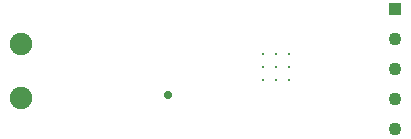
<source format=gbr>
%FSTAX23Y23*%
%MOIN*%
%SFA1B1*%

%IPPOS*%
%ADD44C,0.074803*%
%ADD45C,0.043307*%
%ADD46R,0.043307X0.043307*%
%ADD47C,0.028000*%
%ADD48C,0.007874*%
%LNpcb1_pth_drill-1*%
%LPD*%
G54D44*
X00089Y00395D03*
Y00217D03*
G54D45*
X01335Y00112D03*
Y00212D03*
Y00412D03*
Y00312D03*
G54D46*
X01335Y00512D03*
G54D47*
X0058Y00225D03*
G54D48*
X00982Y00276D03*
X00939D03*
X00896D03*
X00982Y00319D03*
X00939D03*
X00896D03*
X00982Y00362D03*
X00939D03*
X00896D03*
M02*
</source>
